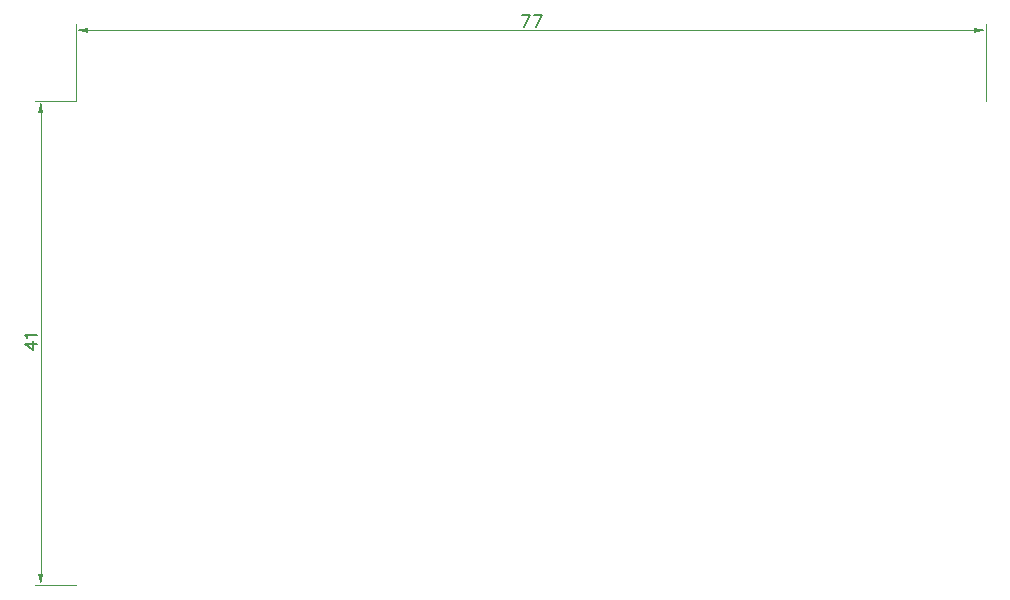
<source format=gbr>
G04 DipTrace 3.3.1.1*
G04 TopDimension.gbr*
%MOIN*%
G04 #@! TF.FileFunction,Drawing,Top*
G04 #@! TF.Part,Single*
%ADD13C,0.001378*%
%ADD30C,0.006176*%
%FSLAX26Y26*%
G04*
G70*
G90*
G75*
G01*
G04 TopDimension*
%LPD*%
X394016Y2008189D2*
D13*
Y2264094D1*
X3425512Y2008189D2*
Y2264094D1*
X1909764Y2244409D2*
X433386D1*
G36*
X394016D2*
X433386Y2252283D1*
Y2236535D1*
X394016Y2244409D1*
G37*
X1909764D2*
D13*
X3386142D1*
G36*
X3425512D2*
X3386142Y2236535D1*
Y2252283D1*
X3425512Y2244409D1*
G37*
X394016Y2008189D2*
D13*
X256220D1*
X394016Y394016D2*
X256220D1*
X275906Y1201102D2*
Y1968819D1*
G36*
Y2008189D2*
X283780Y1968819D1*
X268031D1*
X275906Y2008189D1*
G37*
Y1201102D2*
D13*
Y433386D1*
G36*
Y394016D2*
X268031Y433386D1*
X283780D1*
X275906Y394016D1*
G37*
X1887531Y2256620D2*
D30*
X1906676Y2296768D1*
X1879881D1*
X1926677Y2256620D2*
X1945822Y2296768D1*
X1919027D1*
X263695Y1198015D2*
X223547D1*
X250297Y1178869D1*
Y1207565D1*
X231196Y1219916D2*
X229251Y1223763D1*
X223547Y1229511D1*
X263695D1*
M02*

</source>
